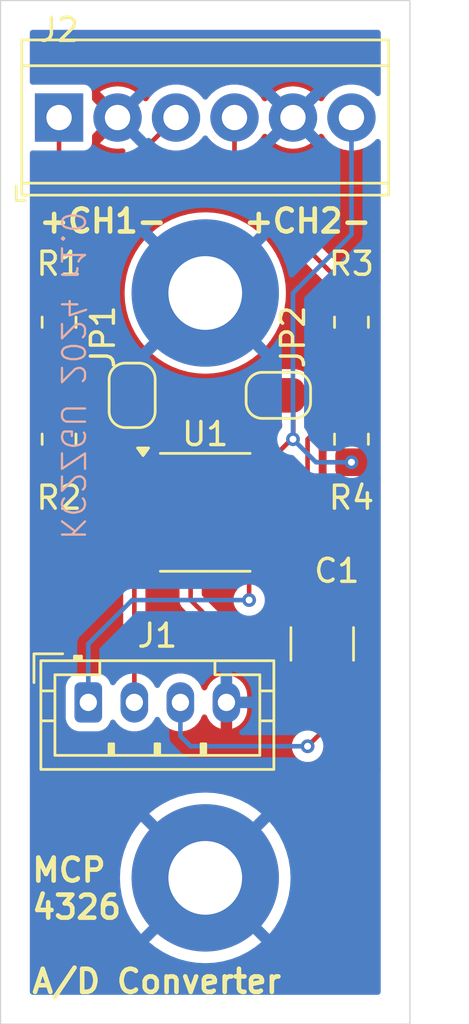
<source format=kicad_pcb>
(kicad_pcb (version 20240108) (generator "pcbnew") (generator_version "8.0")
  (layers (0 "F.Cu" signal) (31 "B.Cu" signal) (34 "B.Paste" user) (35 "F.Paste" user) (36 "B.SilkS" user "B.Silkscreen") (37 "F.SilkS" user "F.Silkscreen") (38 "B.Mask" user) (39 "F.Mask" user) (44 "Edge.Cuts" user))
  (net 0 "")
  (net 1 "GND")
  (net 2 "+3.3V")
  (net 3 "SDA")
  (net 4 "SCL")
  (net 5 "Net-(J2-Pin_6)")
  (net 6 "Net-(J2-Pin_3)")
  (net 7 "Net-(J2-Pin_4)")
  (net 8 "Net-(J2-Pin_1)")
  (net 9 "Net-(U1-CH1+)")
  (net 10 "Net-(U1-CH2+)")
  (footprint "Resistor_SMD:R_0805_2012Metric_Pad1.20x1.40mm_HandSolder" (layer "F.Cu") (at 142.24 115.57 90)
    (property "Reference" "R3" (at 2.54 0 0) (layer "F.SilkS"))
    (property "Value" "R_US")
    (fp_line (start -0.227064 -0.735) (end 0.227064 -0.735) (stroke (width 0.12)) (layer "F.SilkS"))
    (fp_line (start -0.227064 0.735) (end 0.227064 0.735) (stroke (width 0.12)) (layer "F.SilkS"))
    (pad "1" smd roundrect (at -1 0 90) (size 1.2 1.4) (layers "F.Cu" "F.Paste" "F.Mask") (roundrect_rratio 0.208333) (net 10 "Net-(U1-CH2+)"))
    (pad "2" smd roundrect (at 1 0 90) (size 1.2 1.4) (layers "F.Cu" "F.Paste" "F.Mask") (roundrect_rratio 0.208333) (net 7 "Net-(J2-Pin_4)"))
  )
  (footprint "TerminalBlock_TE-Connectivity:TerminalBlock_TE_282834-6_1x06_P2.54mm_Horizontal" (layer "F.Cu") (at 129.54 106.68)
    (property "Reference" "J2" (at 0 -3.81 0) (layer "F.SilkS"))
    (property "Value" "Conn_01x06")
    (fp_line (start -1.86 2.97) (end -1.86 3.61) (stroke (width 0.12)) (layer "F.SilkS"))
    (fp_line (start -1.86 3.61) (end -1.46 3.61) (stroke (width 0.12)) (layer "F.SilkS"))
    (fp_line (start -1.62 -3.37) (end -1.62 3.37) (stroke (width 0.12)) (layer "F.SilkS"))
    (fp_line (start -1.62 -3.37) (end 14.32 -3.37) (stroke (width 0.12)) (layer "F.SilkS"))
    (fp_line (start -1.62 -2.25) (end 14.32 -2.25) (stroke (width 0.12)) (layer "F.SilkS"))
    (fp_line (start -1.62 2.85) (end 14.32 2.85) (stroke (width 0.12)) (layer "F.SilkS"))
    (fp_line (start -1.62 3.37) (end 14.32 3.37) (stroke (width 0.12)) (layer "F.SilkS"))
    (fp_line (start 14.32 -3.37) (end 14.32 3.37) (stroke (width 0.12)) (layer "F.SilkS"))
    (pad "1" thru_hole rect (at 0 0) (size 2.1 2.1) (drill 1.1) (layers "*.Cu" "*.Mask") (net 8 "Net-(J2-Pin_1)"))
    (pad "2" thru_hole circle (at 2.54 0) (size 2.1 2.1) (drill 1.1) (layers "*.Cu" "*.Mask") (net 1 "GND"))
    (pad "3" thru_hole circle (at 5.08 0) (size 2.1 2.1) (drill 1.1) (layers "*.Cu" "*.Mask") (net 6 "Net-(J2-Pin_3)"))
    (pad "4" thru_hole circle (at 7.62 0) (size 2.1 2.1) (drill 1.1) (layers "*.Cu" "*.Mask") (net 7 "Net-(J2-Pin_4)"))
    (pad "5" thru_hole circle (at 10.16 0) (size 2.1 2.1) (drill 1.1) (layers "*.Cu" "*.Mask") (net 1 "GND"))
    (pad "6" thru_hole circle (at 12.7 0) (size 2.1 2.1) (drill 1.1) (layers "*.Cu" "*.Mask") (net 5 "Net-(J2-Pin_6)"))
  )
  (footprint "MountingHole:MountingHole_3.2mm_M3_Pad" (layer "F.Cu") (at 135.89 139.7)
    (property "Reference" "H2" (hide yes))
    (property "Value" "MountingHole_Pad")
    (pad "1" thru_hole circle (at 0 0) (size 6.4 6.4) (drill 3.2) (layers "*.Cu" "*.Mask") (net 1 "GND"))
  )
  (footprint "Jumper:SolderJumper-2_P1.3mm_Open_RoundedPad1.0x1.5mm" (layer "F.Cu") (at 139.065 118.745)
    (property "Reference" "JP2" (at 0.635 -2.54 90) (layer "F.SilkS"))
    (property "Value" "SolderJumper_2_Open")
    (fp_line (start -1.4 0.3) (end -1.4 -0.3) (stroke (width 0.12)) (layer "F.SilkS"))
    (fp_line (start -0.7 -1) (end 0.7 -1) (stroke (width 0.12)) (layer "F.SilkS"))
    (fp_line (start 0.7 1) (end -0.7 1) (stroke (width 0.12)) (layer "F.SilkS"))
    (fp_line (start 1.4 -0.3) (end 1.4 0.3) (stroke (width 0.12)) (layer "F.SilkS"))
    (fp_arc (start -1.4 -0.3) (mid -1.194975 -0.794975) (end -0.7 -1) (stroke (width 0.12)) (layer "F.SilkS"))
    (fp_arc (start -0.7 1) (mid -1.194975 0.794975) (end -1.4 0.3) (stroke (width 0.12)) (layer "F.SilkS"))
    (fp_arc (start 0.7 -1) (mid 1.194975 -0.794975) (end 1.4 -0.3) (stroke (width 0.12)) (layer "F.SilkS"))
    (fp_arc (start 1.4 0.3) (mid 1.194975 0.794975) (end 0.7 1) (stroke (width 0.12)) (layer "F.SilkS"))
    (pad "1" smd custom (at -0.65 0) (size 1 0.5) (layers "F.Cu" "F.Mask") (net 1 "GND") (options (clearance outline) (anchor rect)) (primitives (gr_circle (center 0 0.25) (end 0.5 0.25) (width 0) (fill yes)) (gr_circle (center 0 -0.25) (end 0.5 -0.25) (width 0) (fill yes)) (gr_poly (pts (xy 0.5 0.75) (xy 0 0.75) (xy 0 -0.75) (xy 0.5 -0.75)) (width 0) (fill yes))))
    (pad "2" smd custom (at 0.65 0) (size 1 0.5) (layers "F.Cu" "F.Mask") (net 5 "Net-(J2-Pin_6)") (options (clearance outline) (anchor rect)) (primitives (gr_circle (center 0 0.25) (end 0.5 0.25) (width 0) (fill yes)) (gr_circle (center 0 -0.25) (end 0.5 -0.25) (width 0) (fill yes)) (gr_poly (pts (xy 0 0.75) (xy -0.5 0.75) (xy -0.5 -0.75) (xy 0 -0.75)) (width 0) (fill yes))))
  )
  (footprint "MountingHole:MountingHole_3.2mm_M3_Pad" (layer "F.Cu") (at 135.89 114.3)
    (property "Reference" "H1" (hide yes))
    (property "Value" "MountingHole_Pad")
    (pad "1" thru_hole circle (at 0 0) (size 6.4 6.4) (drill 3.2) (layers "*.Cu" "*.Mask") (net 1 "GND"))
  )
  (footprint "Connector_JST:JST_PH_B4B-PH-K_1x04_P2.00mm_Vertical" (layer "F.Cu") (at 130.81 132.08)
    (property "Reference" "J1" (at 3 -2.9 0) (layer "F.SilkS"))
    (property "Value" "Conn_01x04_Male")
    (fp_line (start -2.36 -2.11) (end -2.36 -0.86) (stroke (width 0.12)) (layer "F.SilkS"))
    (fp_line (start -2.06 -1.81) (end -2.06 2.91) (stroke (width 0.12)) (layer "F.SilkS"))
    (fp_line (start -2.06 -0.5) (end -1.45 -0.5) (stroke (width 0.12)) (layer "F.SilkS"))
    (fp_line (start -2.06 0.8) (end -1.45 0.8) (stroke (width 0.12)) (layer "F.SilkS"))
    (fp_line (start -2.06 2.91) (end 8.06 2.91) (stroke (width 0.12)) (layer "F.SilkS"))
    (fp_line (start -1.45 -1.2) (end -1.45 2.3) (stroke (width 0.12)) (layer "F.SilkS"))
    (fp_line (start -1.45 2.3) (end 7.45 2.3) (stroke (width 0.12)) (layer "F.SilkS"))
    (fp_line (start -1.11 -2.11) (end -2.36 -2.11) (stroke (width 0.12)) (layer "F.SilkS"))
    (fp_line (start -0.6 -2.01) (end -0.6 -1.81) (stroke (width 0.12)) (layer "F.SilkS"))
    (fp_line (start -0.3 -2.01) (end -0.6 -2.01) (stroke (width 0.12)) (layer "F.SilkS"))
    (fp_line (start -0.3 -1.91) (end -0.6 -1.91) (stroke (width 0.12)) (layer "F.SilkS"))
    (fp_line (start -0.3 -1.81) (end -0.3 -2.01) (stroke (width 0.12)) (layer "F.SilkS"))
    (fp_line (start 0.5 -1.81) (end 0.5 -1.2) (stroke (width 0.12)) (layer "F.SilkS"))
    (fp_line (start 0.5 -1.2) (end -1.45 -1.2) (stroke (width 0.12)) (layer "F.SilkS"))
    (fp_line (start 0.9 1.8) (end 1.1 1.8) (stroke (width 0.12)) (layer "F.SilkS"))
    (fp_line (start 0.9 2.3) (end 0.9 1.8) (stroke (width 0.12)) (layer "F.SilkS"))
    (fp_line (start 1 2.3) (end 1 1.8) (stroke (width 0.12)) (layer "F.SilkS"))
    (fp_line (start 1.1 1.8) (end 1.1 2.3) (stroke (width 0.12)) (layer "F.SilkS"))
    (fp_line (start 2.9 1.8) (end 3.1 1.8) (stroke (width 0.12)) (layer "F.SilkS"))
    (fp_line (start 2.9 2.3) (end 2.9 1.8) (stroke (width 0.12)) (layer "F.SilkS"))
    (fp_line (start 3 2.3) (end 3 1.8) (stroke (width 0.12)) (layer "F.SilkS"))
    (fp_line (start 3.1 1.8) (end 3.1 2.3) (stroke (width 0.12)) (layer "F.SilkS"))
    (fp_line (start 4.9 1.8) (end 5.1 1.8) (stroke (width 0.12)) (layer "F.SilkS"))
    (fp_line (start 4.9 2.3) (end 4.9 1.8) (stroke (width 0.12)) (layer "F.SilkS"))
    (fp_line (start 5 2.3) (end 5 1.8) (stroke (width 0.12)) (layer "F.SilkS"))
    (fp_line (start 5.1 1.8) (end 5.1 2.3) (stroke (width 0.12)) (layer "F.SilkS"))
    (fp_line (start 5.5 -1.2) (end 5.5 -1.81) (stroke (width 0.12)) (layer "F.SilkS"))
    (fp_line (start 7.45 -1.2) (end 5.5 -1.2) (stroke (width 0.12)) (layer "F.SilkS"))
    (fp_line (start 7.45 2.3) (end 7.45 -1.2) (stroke (width 0.12)) (layer "F.SilkS"))
    (fp_line (start 8.06 -1.81) (end -2.06 -1.81) (stroke (width 0.12)) (layer "F.SilkS"))
    (fp_line (start 8.06 -0.5) (end 7.45 -0.5) (stroke (width 0.12)) (layer "F.SilkS"))
    (fp_line (start 8.06 0.8) (end 7.45 0.8) (stroke (width 0.12)) (layer "F.SilkS"))
    (fp_line (start 8.06 2.91) (end 8.06 -1.81) (stroke (width 0.12)) (layer "F.SilkS"))
    (pad "1" thru_hole roundrect (at 0 0) (size 1.2 1.75) (drill 0.75) (layers "*.Cu" "*.Mask") (roundrect_rratio 0.208333) (net 4 "SCL"))
    (pad "2" thru_hole oval (at 2 0) (size 1.2 1.75) (drill 0.75) (layers "*.Cu" "*.Mask") (net 3 "SDA"))
    (pad "3" thru_hole oval (at 4 0) (size 1.2 1.75) (drill 0.75) (layers "*.Cu" "*.Mask") (net 2 "+3.3V"))
    (pad "4" thru_hole oval (at 6 0) (size 1.2 1.75) (drill 0.75) (layers "*.Cu" "*.Mask") (net 1 "GND"))
  )
  (footprint "Resistor_SMD:R_0805_2012Metric_Pad1.20x1.40mm_HandSolder" (layer "F.Cu") (at 142.24 120.65 90)
    (property "Reference" "R4" (at -2.54 0 0) (layer "F.SilkS"))
    (property "Value" "R_US")
    (fp_line (start -0.227064 -0.735) (end 0.227064 -0.735) (stroke (width 0.12)) (layer "F.SilkS"))
    (fp_line (start -0.227064 0.735) (end 0.227064 0.735) (stroke (width 0.12)) (layer "F.SilkS"))
    (pad "1" smd roundrect (at -1 0 90) (size 1.2 1.4) (layers "F.Cu" "F.Paste" "F.Mask") (roundrect_rratio 0.208333) (net 5 "Net-(J2-Pin_6)"))
    (pad "2" smd roundrect (at 1 0 90) (size 1.2 1.4) (layers "F.Cu" "F.Paste" "F.Mask") (roundrect_rratio 0.208333) (net 10 "Net-(U1-CH2+)"))
  )
  (footprint "Capacitor_SMD:C_1210_3225Metric_Pad1.33x2.70mm_HandSolder" (layer "F.Cu") (at 140.97 129.54 90)
    (property "Reference" "C1" (at 3.175 0.635 0) (layer "F.SilkS"))
    (property "Value" "C")
    (fp_line (start -0.711252 -1.36) (end 0.711252 -1.36) (stroke (width 0.12)) (layer "F.SilkS"))
    (fp_line (start -0.711252 1.36) (end 0.711252 1.36) (stroke (width 0.12)) (layer "F.SilkS"))
    (pad "1" smd roundrect (at -1.5625 0 90) (size 1.325 2.7) (layers "F.Cu" "F.Paste" "F.Mask") (roundrect_rratio 0.188679) (net 2 "+3.3V"))
    (pad "2" smd roundrect (at 1.5625 0 90) (size 1.325 2.7) (layers "F.Cu" "F.Paste" "F.Mask") (roundrect_rratio 0.188679) (net 1 "GND"))
  )
  (footprint "Package_SO:SOIC-8_3.9x4.9mm_P1.27mm" (layer "F.Cu") (at 135.89 123.825)
    (property "Reference" "U1" (at 0 -3.4 0) (layer "F.SilkS"))
    (property "Value" "MCP3426Axx-xSN")
    (fp_line (start 0 -2.56) (end -1.95 -2.56) (stroke (width 0.12)) (layer "F.SilkS"))
    (fp_line (start 0 -2.56) (end 1.95 -2.56) (stroke (width 0.12)) (layer "F.SilkS"))
    (fp_line (start 0 2.56) (end -1.95 2.56) (stroke (width 0.12)) (layer "F.SilkS"))
    (fp_line (start 0 2.56) (end 1.95 2.56) (stroke (width 0.12)) (layer "F.SilkS"))
    (fp_poly (pts (xy -2.7 -2.465) (xy -2.94 -2.795) (xy -2.46 -2.795) (xy -2.7 -2.465)) (stroke (width 0.12)) (fill solid) (layer "F.SilkS"))
    (pad "1" smd roundrect (at -2.475 -1.905) (size 1.95 0.6) (layers "F.Cu" "F.Paste" "F.Mask") (net 9 "Net-(U1-CH1+)"))
    (pad "2" smd roundrect (at -2.475 -0.635) (size 1.95 0.6) (layers "F.Cu" "F.Paste" "F.Mask") (net 6 "Net-(J2-Pin_3)"))
    (pad "3" smd roundrect (at -2.475 0.635) (size 1.95 0.6) (layers "F.Cu" "F.Paste" "F.Mask") (net 2 "+3.3V"))
    (pad "4" smd roundrect (at -2.475 1.905) (size 1.95 0.6) (layers "F.Cu" "F.Paste" "F.Mask") (net 3 "SDA"))
    (pad "5" smd roundrect (at 2.475 1.905) (size 1.95 0.6) (layers "F.Cu" "F.Paste" "F.Mask") (net 4 "SCL"))
    (pad "6" smd roundrect (at 2.475 0.635) (size 1.95 0.6) (layers "F.Cu" "F.Paste" "F.Mask") (net 1 "GND"))
    (pad "7" smd roundrect (at 2.475 -0.635) (size 1.95 0.6) (layers "F.Cu" "F.Paste" "F.Mask") (net 10 "Net-(U1-CH2+)"))
    (pad "8" smd roundrect (at 2.475 -1.905) (size 1.95 0.6) (layers "F.Cu" "F.Paste" "F.Mask") (net 5 "Net-(J2-Pin_6)"))
  )
  (footprint "Resistor_SMD:R_0805_2012Metric_Pad1.20x1.40mm_HandSolder" (layer "F.Cu") (at 129.54 115.57 90)
    (property "Reference" "R1" (at 2.54 0 0) (layer "F.SilkS"))
    (property "Value" "R_US")
    (fp_line (start -0.227064 -0.735) (end 0.227064 -0.735) (stroke (width 0.12)) (layer "F.SilkS"))
    (fp_line (start -0.227064 0.735) (end 0.227064 0.735) (stroke (width 0.12)) (layer "F.SilkS"))
    (pad "1" smd roundrect (at -1 0 90) (size 1.2 1.4) (layers "F.Cu" "F.Paste" "F.Mask") (roundrect_rratio 0.208333) (net 9 "Net-(U1-CH1+)"))
    (pad "2" smd roundrect (at 1 0 90) (size 1.2 1.4) (layers "F.Cu" "F.Paste" "F.Mask") (roundrect_rratio 0.208333) (net 8 "Net-(J2-Pin_1)"))
  )
  (footprint "Resistor_SMD:R_0805_2012Metric_Pad1.20x1.40mm_HandSolder" (layer "F.Cu") (at 129.54 120.65 90)
    (property "Reference" "R2" (at -2.54 0 0) (layer "F.SilkS"))
    (property "Value" "R_US")
    (fp_line (start -0.227064 -0.735) (end 0.227064 -0.735) (stroke (width 0.12)) (layer "F.SilkS"))
    (fp_line (start -0.227064 0.735) (end 0.227064 0.735) (stroke (width 0.12)) (layer "F.SilkS"))
    (pad "1" smd roundrect (at -1 0 90) (size 1.2 1.4) (layers "F.Cu" "F.Paste" "F.Mask") (roundrect_rratio 0.208333) (net 6 "Net-(J2-Pin_3)"))
    (pad "2" smd roundrect (at 1 0 90) (size 1.2 1.4) (layers "F.Cu" "F.Paste" "F.Mask") (roundrect_rratio 0.208333) (net 9 "Net-(U1-CH1+)"))
  )
  (footprint "Jumper:SolderJumper-2_P1.3mm_Open_RoundedPad1.0x1.5mm" (layer "F.Cu") (at 132.715 118.745 -90)
    (property "Reference" "JP1" (at -2.54 1.27 -90) (layer "F.SilkS"))
    (property "Value" "SolderJumper_2_Open")
    (fp_line (start 0.7 1) (end -0.7 1) (stroke (width 0.12)) (layer "F.SilkS"))
    (fp_line (start -1.4 0.3) (end -1.4 -0.3) (stroke (width 0.12)) (layer "F.SilkS"))
    (fp_line (start 1.4 -0.3) (end 1.4 0.3) (stroke (width 0.12)) (layer "F.SilkS"))
    (fp_line (start -0.7 -1) (end 0.7 -1) (stroke (width 0.12)) (layer "F.SilkS"))
    (fp_arc (start -0.7 1) (mid -1.194975 0.794975) (end -1.4 0.3) (stroke (width 0.12)) (layer "F.SilkS"))
    (fp_arc (start 1.4 0.3) (mid 1.194975 0.794975) (end 0.7 1) (stroke (width 0.12)) (layer "F.SilkS"))
    (fp_arc (start -1.4 -0.3) (mid -1.194975 -0.794975) (end -0.7 -1) (stroke (width 0.12)) (layer "F.SilkS"))
    (fp_arc (start 0.7 -1) (mid 1.194975 -0.794975) (end 1.4 -0.3) (stroke (width 0.12)) (layer "F.SilkS"))
    (pad "1" smd custom (at -0.65 0 270) (size 1 0.5) (layers "F.Cu" "F.Mask") (net 1 "GND") (options (clearance outline) (anchor rect)) (primitives (gr_circle (center 0 0.25) (end 0.5 0.25) (width 0) (fill yes)) (gr_circle (center 0 -0.25) (end 0.5 -0.25) (width 0) (fill yes)) (gr_poly (pts (xy 0.5 0.75) (xy 0 0.75) (xy 0 -0.75) (xy 0.5 -0.75)) (width 0) (fill yes))))
    (pad "2" smd custom (at 0.65 0 270) (size 1 0.5) (layers "F.Cu" "F.Mask") (net 6 "Net-(J2-Pin_3)") (options (clearance outline) (anchor rect)) (primitives (gr_circle (center 0 0.25) (end 0.5 0.25) (width 0) (fill yes)) (gr_circle (center 0 -0.25) (end 0.5 -0.25) (width 0) (fill yes)) (gr_poly (pts (xy 0 0.75) (xy -0.5 0.75) (xy -0.5 -0.75) (xy 0 -0.75)) (width 0) (fill yes))))
  )
  (gr_rect (start 127 101.6) (end 144.78 146.05) (stroke (width 0.05)) (fill none) (layer "Edge.Cuts"))
  (gr_text "KC2ZGU 2024 r1.0" (at 129.54 125.095 -90) (layer "B.SilkS") (effects (font (size 1 1) (thickness 0.1)) (justify left bottom mirror)))
  (gr_text "+CH1-" (at 131.445 111.76 0) (layer "F.SilkS") (effects (font (size 1 1) (thickness 0.2) (bold yes)) (justify bottom)))
  (gr_text "+CH2-" (at 140.335 111.76 0) (layer "F.SilkS") (effects (font (size 1 1) (thickness 0.2) (bold yes)) (justify bottom)))
  (gr_text "MCP\n4326\n\nA/D Converter" (at 128.27 144.78 0) (layer "F.SilkS") (effects (font (size 1 1) (thickness 0.2) (bold yes)) (justify left bottom)))
  (segment (start 134.62 124.46) (end 135.255 125.095) (width 0.2) (layer "F.Cu") (net 2))
  (segment (start 135.255 127.635) (end 138.7225 131.1025) (width 0.2) (layer "F.Cu") (net 2))
  (segment (start 133.415 124.46) (end 134.62 124.46) (width 0.2) (layer "F.Cu") (net 2))
  (segment (start 138.7225 131.1025) (end 140.97 131.1025) (width 0.2) (layer "F.Cu") (net 2))
  (segment (start 140.97 131.1025) (end 140.97 133.35) (width 0.2) (layer "F.Cu") (net 2))
  (segment (start 135.255 125.095) (end 135.255 127.635) (width 0.2) (layer "F.Cu") (net 2))
  (segment (start 140.97 133.35) (end 140.335 133.985) (width 0.2) (layer "F.Cu") (net 2))
  (via (at 140.335 133.985) (size 0.6) (drill 0.3) (layers "F.Cu" "B.Cu") (net 2))
  (segment (start 135.255 133.985) (end 140.335 133.985) (width 0.2) (layer "B.Cu") (net 2))
  (segment (start 134.81 133.54) (end 135.255 133.985) (width 0.2) (layer "B.Cu") (net 2))
  (segment (start 134.81 132.08) (end 134.81 133.54) (width 0.2) (layer "B.Cu") (net 2))
  (segment (start 132.81 126.335) (end 132.81 132.08) (width 0.2) (layer "F.Cu") (net 3))
  (segment (start 133.415 125.73) (end 132.81 126.335) (width 0.2) (layer "F.Cu") (net 3))
  (segment (start 137.795 127.635) (end 137.795 126.3) (width 0.2) (layer "F.Cu") (net 4))
  (segment (start 137.795 126.3) (end 138.365 125.73) (width 0.2) (layer "F.Cu") (net 4))
  (via (at 137.795 127.635) (size 0.6) (drill 0.3) (layers "F.Cu" "B.Cu") (net 4))
  (segment (start 130.81 132.08) (end 130.81 129.54) (width 0.2) (layer "B.Cu") (net 4))
  (segment (start 132.715 127.635) (end 137.795 127.635) (width 0.2) (layer "B.Cu") (net 4))
  (segment (start 130.81 129.54) (end 132.715 127.635) (width 0.2) (layer "B.Cu") (net 4))
  (segment (start 139.635 120.65) (end 138.365 121.92) (width 0.2) (layer "F.Cu") (net 5))
  (segment (start 139.7 120.585) (end 139.7 120.65) (width 0.2) (layer "F.Cu") (net 5))
  (segment (start 139.715 118.745) (end 139.715 120.57) (width 0.2) (layer "F.Cu") (net 5))
  (segment (start 139.7 120.65) (end 139.635 120.65) (width 0.2) (layer "F.Cu") (net 5))
  (segment (start 139.715 120.57) (end 139.7 120.585) (width 0.2) (layer "F.Cu") (net 5))
  (via (at 139.7 120.65) (size 0.6) (drill 0.3) (layers "F.Cu" "B.Cu") (net 5))
  (via (at 142.24 121.65) (size 0.6) (drill 0.3) (layers "F.Cu" "B.Cu") (net 5))
  (segment (start 142.24 111.76) (end 142.24 106.68) (width 0.2) (layer "B.Cu") (net 5))
  (segment (start 139.7 120.65) (end 139.7 114.3) (width 0.2) (layer "B.Cu") (net 5))
  (segment (start 139.7 120.65) (end 140.7 121.65) (width 0.2) (layer "B.Cu") (net 5))
  (segment (start 139.7 114.3) (end 142.24 111.76) (width 0.2) (layer "B.Cu") (net 5))
  (segment (start 140.7 121.65) (end 142.24 121.65) (width 0.2) (layer "B.Cu") (net 5))
  (segment (start 131.445 109.855) (end 134.62 106.68) (width 0.2) (layer "F.Cu") (net 6))
  (segment (start 134.389999 123.19) (end 135.255 122.324999) (width 0.2) (layer "F.Cu") (net 6))
  (segment (start 131.445 118.88) (end 131.445 109.855) (width 0.2) (layer "F.Cu") (net 6))
  (segment (start 132.715 119.395) (end 131.96 119.395) (width 0.2) (layer "F.Cu") (net 6))
  (segment (start 135.255 122.324999) (end 135.255 121.935) (width 0.2) (layer "F.Cu") (net 6))
  (segment (start 131.08 123.19) (end 133.415 123.19) (width 0.2) (layer "F.Cu") (net 6))
  (segment (start 135.255 121.935) (end 132.715 119.395) (width 0.2) (layer "F.Cu") (net 6))
  (segment (start 129.54 121.65) (end 131.08 123.19) (width 0.2) (layer "F.Cu") (net 6))
  (segment (start 133.415 123.19) (end 134.389999 123.19) (width 0.2) (layer "F.Cu") (net 6))
  (segment (start 131.96 119.395) (end 131.445 118.88) (width 0.2) (layer "F.Cu") (net 6))
  (segment (start 142.24 114.57) (end 142.24 114.3) (width 0.2) (layer "F.Cu") (net 7))
  (segment (start 137.16 109.22) (end 137.16 106.68) (width 0.2) (layer "F.Cu") (net 7))
  (segment (start 142.24 114.3) (end 137.16 109.22) (width 0.2) (layer "F.Cu") (net 7))
  (segment (start 129.54 114.57) (end 129.54 106.68) (width 0.2) (layer "F.Cu") (net 8))
  (segment (start 129.54 116.57) (end 129.54 119.65) (width 0.2) (layer "F.Cu") (net 9))
  (segment (start 133.415 121.92) (end 131.81 121.92) (width 0.2) (layer "F.Cu") (net 9))
  (segment (start 131.81 121.92) (end 129.54 119.65) (width 0.2) (layer "F.Cu") (net 9))
  (segment (start 141.335 119.65) (end 140.335 120.65) (width 0.2) (layer "F.Cu") (net 10))
  (segment (start 139.7 123.19) (end 140.335 122.555) (width 0.2) (layer "F.Cu") (net 10))
  (segment (start 142.24 116.57) (end 142.24 119.65) (width 0.2) (layer "F.Cu") (net 10))
  (segment (start 142.24 119.65) (end 141.335 119.65) (width 0.2) (layer "F.Cu") (net 10))
  (segment (start 140.335 122.555) (end 140.335 120.65) (width 0.2) (layer "F.Cu") (net 10))
  (segment (start 138.365 123.19) (end 139.7 123.19) (width 0.2) (layer "F.Cu") (net 10))
  (zone (net 1) (net_name "GND") (layer "F.Cu") (priority 1) (connect_pads (clearance 0.381)) (min_thickness 0.25) (fill yes (thermal_gap 0.3) (thermal_bridge_width 0.5))
    (polygon (pts (xy 128.27 102.87) (xy 143.51 102.87) (xy 143.51 135.255) (xy 128.27 135.255)))
  )
  (zone (net 1) (net_name "GND") (layer "B.Cu") (connect_pads (clearance 0.381)) (min_thickness 0.25) (fill yes (thermal_gap 0.5) (thermal_bridge_width 0.5))
    (polygon (pts (xy 128.27 102.87) (xy 143.51 102.87) (xy 143.51 144.78) (xy 128.27 144.78)))
  )
)
</source>
